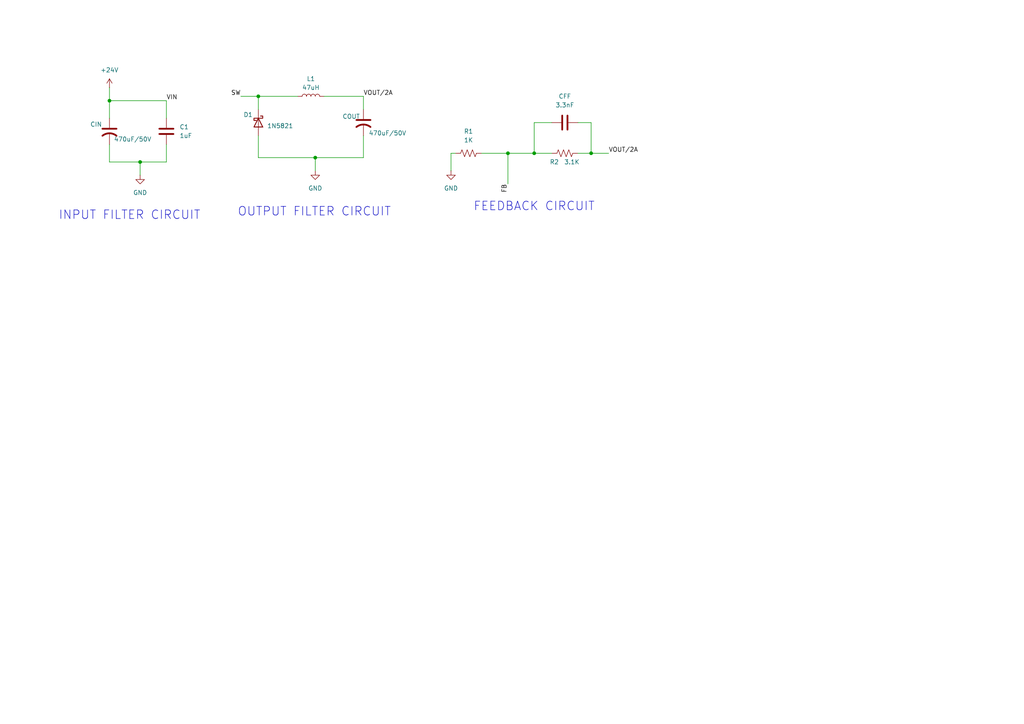
<source format=kicad_sch>
(kicad_sch
	(version 20250114)
	(generator "eeschema")
	(generator_version "9.0")
	(uuid "5ea48f88-6475-49e5-a206-a090c2ed9b75")
	(paper "A4")
	(lib_symbols
		(symbol "Device:C"
			(pin_numbers
				(hide yes)
			)
			(pin_names
				(offset 0.254)
			)
			(exclude_from_sim no)
			(in_bom yes)
			(on_board yes)
			(property "Reference" "C"
				(at 0.635 2.54 0)
				(effects
					(font
						(size 1.27 1.27)
					)
					(justify left)
				)
			)
			(property "Value" "C"
				(at 0.635 -2.54 0)
				(effects
					(font
						(size 1.27 1.27)
					)
					(justify left)
				)
			)
			(property "Footprint" ""
				(at 0.9652 -3.81 0)
				(effects
					(font
						(size 1.27 1.27)
					)
					(hide yes)
				)
			)
			(property "Datasheet" "~"
				(at 0 0 0)
				(effects
					(font
						(size 1.27 1.27)
					)
					(hide yes)
				)
			)
			(property "Description" "Unpolarized capacitor"
				(at 0 0 0)
				(effects
					(font
						(size 1.27 1.27)
					)
					(hide yes)
				)
			)
			(property "ki_keywords" "cap capacitor"
				(at 0 0 0)
				(effects
					(font
						(size 1.27 1.27)
					)
					(hide yes)
				)
			)
			(property "ki_fp_filters" "C_*"
				(at 0 0 0)
				(effects
					(font
						(size 1.27 1.27)
					)
					(hide yes)
				)
			)
			(symbol "C_0_1"
				(polyline
					(pts
						(xy -2.032 0.762) (xy 2.032 0.762)
					)
					(stroke
						(width 0.508)
						(type default)
					)
					(fill
						(type none)
					)
				)
				(polyline
					(pts
						(xy -2.032 -0.762) (xy 2.032 -0.762)
					)
					(stroke
						(width 0.508)
						(type default)
					)
					(fill
						(type none)
					)
				)
			)
			(symbol "C_1_1"
				(pin passive line
					(at 0 3.81 270)
					(length 2.794)
					(name "~"
						(effects
							(font
								(size 1.27 1.27)
							)
						)
					)
					(number "1"
						(effects
							(font
								(size 1.27 1.27)
							)
						)
					)
				)
				(pin passive line
					(at 0 -3.81 90)
					(length 2.794)
					(name "~"
						(effects
							(font
								(size 1.27 1.27)
							)
						)
					)
					(number "2"
						(effects
							(font
								(size 1.27 1.27)
							)
						)
					)
				)
			)
			(embedded_fonts no)
		)
		(symbol "Device:C_US"
			(pin_numbers
				(hide yes)
			)
			(pin_names
				(offset 0.254)
				(hide yes)
			)
			(exclude_from_sim no)
			(in_bom yes)
			(on_board yes)
			(property "Reference" "C"
				(at 0.635 2.54 0)
				(effects
					(font
						(size 1.27 1.27)
					)
					(justify left)
				)
			)
			(property "Value" "C_US"
				(at 0.635 -2.54 0)
				(effects
					(font
						(size 1.27 1.27)
					)
					(justify left)
				)
			)
			(property "Footprint" ""
				(at 0 0 0)
				(effects
					(font
						(size 1.27 1.27)
					)
					(hide yes)
				)
			)
			(property "Datasheet" ""
				(at 0 0 0)
				(effects
					(font
						(size 1.27 1.27)
					)
					(hide yes)
				)
			)
			(property "Description" "capacitor, US symbol"
				(at 0 0 0)
				(effects
					(font
						(size 1.27 1.27)
					)
					(hide yes)
				)
			)
			(property "ki_keywords" "cap capacitor"
				(at 0 0 0)
				(effects
					(font
						(size 1.27 1.27)
					)
					(hide yes)
				)
			)
			(property "ki_fp_filters" "C_*"
				(at 0 0 0)
				(effects
					(font
						(size 1.27 1.27)
					)
					(hide yes)
				)
			)
			(symbol "C_US_0_1"
				(polyline
					(pts
						(xy -2.032 0.762) (xy 2.032 0.762)
					)
					(stroke
						(width 0.508)
						(type default)
					)
					(fill
						(type none)
					)
				)
				(arc
					(start -2.032 -1.27)
					(mid 0 -0.5572)
					(end 2.032 -1.27)
					(stroke
						(width 0.508)
						(type default)
					)
					(fill
						(type none)
					)
				)
			)
			(symbol "C_US_1_1"
				(pin passive line
					(at 0 3.81 270)
					(length 2.794)
					(name "~"
						(effects
							(font
								(size 1.27 1.27)
							)
						)
					)
					(number "1"
						(effects
							(font
								(size 1.27 1.27)
							)
						)
					)
				)
				(pin passive line
					(at 0 -3.81 90)
					(length 3.302)
					(name "~"
						(effects
							(font
								(size 1.27 1.27)
							)
						)
					)
					(number "2"
						(effects
							(font
								(size 1.27 1.27)
							)
						)
					)
				)
			)
			(embedded_fonts no)
		)
		(symbol "Device:L"
			(pin_numbers
				(hide yes)
			)
			(pin_names
				(offset 1.016)
				(hide yes)
			)
			(exclude_from_sim no)
			(in_bom yes)
			(on_board yes)
			(property "Reference" "L"
				(at -1.27 0 90)
				(effects
					(font
						(size 1.27 1.27)
					)
				)
			)
			(property "Value" "L"
				(at 1.905 0 90)
				(effects
					(font
						(size 1.27 1.27)
					)
				)
			)
			(property "Footprint" ""
				(at 0 0 0)
				(effects
					(font
						(size 1.27 1.27)
					)
					(hide yes)
				)
			)
			(property "Datasheet" "~"
				(at 0 0 0)
				(effects
					(font
						(size 1.27 1.27)
					)
					(hide yes)
				)
			)
			(property "Description" "Inductor"
				(at 0 0 0)
				(effects
					(font
						(size 1.27 1.27)
					)
					(hide yes)
				)
			)
			(property "ki_keywords" "inductor choke coil reactor magnetic"
				(at 0 0 0)
				(effects
					(font
						(size 1.27 1.27)
					)
					(hide yes)
				)
			)
			(property "ki_fp_filters" "Choke_* *Coil* Inductor_* L_*"
				(at 0 0 0)
				(effects
					(font
						(size 1.27 1.27)
					)
					(hide yes)
				)
			)
			(symbol "L_0_1"
				(arc
					(start 0 2.54)
					(mid 0.6323 1.905)
					(end 0 1.27)
					(stroke
						(width 0)
						(type default)
					)
					(fill
						(type none)
					)
				)
				(arc
					(start 0 1.27)
					(mid 0.6323 0.635)
					(end 0 0)
					(stroke
						(width 0)
						(type default)
					)
					(fill
						(type none)
					)
				)
				(arc
					(start 0 0)
					(mid 0.6323 -0.635)
					(end 0 -1.27)
					(stroke
						(width 0)
						(type default)
					)
					(fill
						(type none)
					)
				)
				(arc
					(start 0 -1.27)
					(mid 0.6323 -1.905)
					(end 0 -2.54)
					(stroke
						(width 0)
						(type default)
					)
					(fill
						(type none)
					)
				)
			)
			(symbol "L_1_1"
				(pin passive line
					(at 0 3.81 270)
					(length 1.27)
					(name "1"
						(effects
							(font
								(size 1.27 1.27)
							)
						)
					)
					(number "1"
						(effects
							(font
								(size 1.27 1.27)
							)
						)
					)
				)
				(pin passive line
					(at 0 -3.81 90)
					(length 1.27)
					(name "2"
						(effects
							(font
								(size 1.27 1.27)
							)
						)
					)
					(number "2"
						(effects
							(font
								(size 1.27 1.27)
							)
						)
					)
				)
			)
			(embedded_fonts no)
		)
		(symbol "Device:R_US"
			(pin_numbers
				(hide yes)
			)
			(pin_names
				(offset 0)
			)
			(exclude_from_sim no)
			(in_bom yes)
			(on_board yes)
			(property "Reference" "R"
				(at 2.54 0 90)
				(effects
					(font
						(size 1.27 1.27)
					)
				)
			)
			(property "Value" "R_US"
				(at -2.54 0 90)
				(effects
					(font
						(size 1.27 1.27)
					)
				)
			)
			(property "Footprint" ""
				(at 1.016 -0.254 90)
				(effects
					(font
						(size 1.27 1.27)
					)
					(hide yes)
				)
			)
			(property "Datasheet" "~"
				(at 0 0 0)
				(effects
					(font
						(size 1.27 1.27)
					)
					(hide yes)
				)
			)
			(property "Description" "Resistor, US symbol"
				(at 0 0 0)
				(effects
					(font
						(size 1.27 1.27)
					)
					(hide yes)
				)
			)
			(property "ki_keywords" "R res resistor"
				(at 0 0 0)
				(effects
					(font
						(size 1.27 1.27)
					)
					(hide yes)
				)
			)
			(property "ki_fp_filters" "R_*"
				(at 0 0 0)
				(effects
					(font
						(size 1.27 1.27)
					)
					(hide yes)
				)
			)
			(symbol "R_US_0_1"
				(polyline
					(pts
						(xy 0 2.286) (xy 0 2.54)
					)
					(stroke
						(width 0)
						(type default)
					)
					(fill
						(type none)
					)
				)
				(polyline
					(pts
						(xy 0 2.286) (xy 1.016 1.905) (xy 0 1.524) (xy -1.016 1.143) (xy 0 0.762)
					)
					(stroke
						(width 0)
						(type default)
					)
					(fill
						(type none)
					)
				)
				(polyline
					(pts
						(xy 0 0.762) (xy 1.016 0.381) (xy 0 0) (xy -1.016 -0.381) (xy 0 -0.762)
					)
					(stroke
						(width 0)
						(type default)
					)
					(fill
						(type none)
					)
				)
				(polyline
					(pts
						(xy 0 -0.762) (xy 1.016 -1.143) (xy 0 -1.524) (xy -1.016 -1.905) (xy 0 -2.286)
					)
					(stroke
						(width 0)
						(type default)
					)
					(fill
						(type none)
					)
				)
				(polyline
					(pts
						(xy 0 -2.286) (xy 0 -2.54)
					)
					(stroke
						(width 0)
						(type default)
					)
					(fill
						(type none)
					)
				)
			)
			(symbol "R_US_1_1"
				(pin passive line
					(at 0 3.81 270)
					(length 1.27)
					(name "~"
						(effects
							(font
								(size 1.27 1.27)
							)
						)
					)
					(number "1"
						(effects
							(font
								(size 1.27 1.27)
							)
						)
					)
				)
				(pin passive line
					(at 0 -3.81 90)
					(length 1.27)
					(name "~"
						(effects
							(font
								(size 1.27 1.27)
							)
						)
					)
					(number "2"
						(effects
							(font
								(size 1.27 1.27)
							)
						)
					)
				)
			)
			(embedded_fonts no)
		)
		(symbol "Diode:1N5821"
			(pin_numbers
				(hide yes)
			)
			(pin_names
				(offset 1.016)
				(hide yes)
			)
			(exclude_from_sim no)
			(in_bom yes)
			(on_board yes)
			(property "Reference" "D"
				(at 0 2.54 0)
				(effects
					(font
						(size 1.27 1.27)
					)
				)
			)
			(property "Value" "1N5821"
				(at 0 -2.54 0)
				(effects
					(font
						(size 1.27 1.27)
					)
				)
			)
			(property "Footprint" "Diode_THT:D_DO-201AD_P15.24mm_Horizontal"
				(at 0 -4.445 0)
				(effects
					(font
						(size 1.27 1.27)
					)
					(hide yes)
				)
			)
			(property "Datasheet" "http://www.vishay.com/docs/88526/1n5820.pdf"
				(at 0 0 0)
				(effects
					(font
						(size 1.27 1.27)
					)
					(hide yes)
				)
			)
			(property "Description" "30V 3A Schottky Barrier Rectifier Diode, DO-201AD"
				(at 0 0 0)
				(effects
					(font
						(size 1.27 1.27)
					)
					(hide yes)
				)
			)
			(property "ki_keywords" "diode Schottky"
				(at 0 0 0)
				(effects
					(font
						(size 1.27 1.27)
					)
					(hide yes)
				)
			)
			(property "ki_fp_filters" "D*DO?201AD*"
				(at 0 0 0)
				(effects
					(font
						(size 1.27 1.27)
					)
					(hide yes)
				)
			)
			(symbol "1N5821_0_1"
				(polyline
					(pts
						(xy -1.905 0.635) (xy -1.905 1.27) (xy -1.27 1.27) (xy -1.27 -1.27) (xy -0.635 -1.27) (xy -0.635 -0.635)
					)
					(stroke
						(width 0.254)
						(type default)
					)
					(fill
						(type none)
					)
				)
				(polyline
					(pts
						(xy 1.27 1.27) (xy 1.27 -1.27) (xy -1.27 0) (xy 1.27 1.27)
					)
					(stroke
						(width 0.254)
						(type default)
					)
					(fill
						(type none)
					)
				)
				(polyline
					(pts
						(xy 1.27 0) (xy -1.27 0)
					)
					(stroke
						(width 0)
						(type default)
					)
					(fill
						(type none)
					)
				)
			)
			(symbol "1N5821_1_1"
				(pin passive line
					(at -3.81 0 0)
					(length 2.54)
					(name "K"
						(effects
							(font
								(size 1.27 1.27)
							)
						)
					)
					(number "1"
						(effects
							(font
								(size 1.27 1.27)
							)
						)
					)
				)
				(pin passive line
					(at 3.81 0 180)
					(length 2.54)
					(name "A"
						(effects
							(font
								(size 1.27 1.27)
							)
						)
					)
					(number "2"
						(effects
							(font
								(size 1.27 1.27)
							)
						)
					)
				)
			)
			(embedded_fonts no)
		)
		(symbol "power:+24V"
			(power)
			(pin_numbers
				(hide yes)
			)
			(pin_names
				(offset 0)
				(hide yes)
			)
			(exclude_from_sim no)
			(in_bom yes)
			(on_board yes)
			(property "Reference" "#PWR"
				(at 0 -3.81 0)
				(effects
					(font
						(size 1.27 1.27)
					)
					(hide yes)
				)
			)
			(property "Value" "+24V"
				(at 0 3.556 0)
				(effects
					(font
						(size 1.27 1.27)
					)
				)
			)
			(property "Footprint" ""
				(at 0 0 0)
				(effects
					(font
						(size 1.27 1.27)
					)
					(hide yes)
				)
			)
			(property "Datasheet" ""
				(at 0 0 0)
				(effects
					(font
						(size 1.27 1.27)
					)
					(hide yes)
				)
			)
			(property "Description" "Power symbol creates a global label with name \"+24V\""
				(at 0 0 0)
				(effects
					(font
						(size 1.27 1.27)
					)
					(hide yes)
				)
			)
			(property "ki_keywords" "global power"
				(at 0 0 0)
				(effects
					(font
						(size 1.27 1.27)
					)
					(hide yes)
				)
			)
			(symbol "+24V_0_1"
				(polyline
					(pts
						(xy -0.762 1.27) (xy 0 2.54)
					)
					(stroke
						(width 0)
						(type default)
					)
					(fill
						(type none)
					)
				)
				(polyline
					(pts
						(xy 0 2.54) (xy 0.762 1.27)
					)
					(stroke
						(width 0)
						(type default)
					)
					(fill
						(type none)
					)
				)
				(polyline
					(pts
						(xy 0 0) (xy 0 2.54)
					)
					(stroke
						(width 0)
						(type default)
					)
					(fill
						(type none)
					)
				)
			)
			(symbol "+24V_1_1"
				(pin power_in line
					(at 0 0 90)
					(length 0)
					(name "~"
						(effects
							(font
								(size 1.27 1.27)
							)
						)
					)
					(number "1"
						(effects
							(font
								(size 1.27 1.27)
							)
						)
					)
				)
			)
			(embedded_fonts no)
		)
		(symbol "power:GND"
			(power)
			(pin_numbers
				(hide yes)
			)
			(pin_names
				(offset 0)
				(hide yes)
			)
			(exclude_from_sim no)
			(in_bom yes)
			(on_board yes)
			(property "Reference" "#PWR"
				(at 0 -6.35 0)
				(effects
					(font
						(size 1.27 1.27)
					)
					(hide yes)
				)
			)
			(property "Value" "GND"
				(at 0 -3.81 0)
				(effects
					(font
						(size 1.27 1.27)
					)
				)
			)
			(property "Footprint" ""
				(at 0 0 0)
				(effects
					(font
						(size 1.27 1.27)
					)
					(hide yes)
				)
			)
			(property "Datasheet" ""
				(at 0 0 0)
				(effects
					(font
						(size 1.27 1.27)
					)
					(hide yes)
				)
			)
			(property "Description" "Power symbol creates a global label with name \"GND\" , ground"
				(at 0 0 0)
				(effects
					(font
						(size 1.27 1.27)
					)
					(hide yes)
				)
			)
			(property "ki_keywords" "global power"
				(at 0 0 0)
				(effects
					(font
						(size 1.27 1.27)
					)
					(hide yes)
				)
			)
			(symbol "GND_0_1"
				(polyline
					(pts
						(xy 0 0) (xy 0 -1.27) (xy 1.27 -1.27) (xy 0 -2.54) (xy -1.27 -1.27) (xy 0 -1.27)
					)
					(stroke
						(width 0)
						(type default)
					)
					(fill
						(type none)
					)
				)
			)
			(symbol "GND_1_1"
				(pin power_in line
					(at 0 0 270)
					(length 0)
					(name "~"
						(effects
							(font
								(size 1.27 1.27)
							)
						)
					)
					(number "1"
						(effects
							(font
								(size 1.27 1.27)
							)
						)
					)
				)
			)
			(embedded_fonts no)
		)
	)
	(text "INPUT FILTER CIRCUIT"
		(exclude_from_sim no)
		(at 37.592 62.484 0)
		(effects
			(font
				(size 2.5 2.5)
			)
		)
		(uuid "32c95f46-ce56-4f6a-9821-7e6b72de45a6")
	)
	(text "OUTPUT FILTER CIRCUIT"
		(exclude_from_sim no)
		(at 91.186 61.468 0)
		(effects
			(font
				(size 2.5 2.5)
			)
		)
		(uuid "c7acde76-d058-48fa-9c2d-f7219ce9ac9e")
	)
	(text "FEEDBACK CIRCUIT"
		(exclude_from_sim no)
		(at 154.94 59.944 0)
		(effects
			(font
				(size 2.5 2.5)
			)
		)
		(uuid "d0387710-7658-4149-afe8-3acbc4f386b6")
	)
	(junction
		(at 40.64 46.99)
		(diameter 0)
		(color 0 0 0 0)
		(uuid "11291789-922d-4a4b-baed-a60c9ee2c6cb")
	)
	(junction
		(at 154.94 44.45)
		(diameter 0)
		(color 0 0 0 0)
		(uuid "14abad11-61fb-4ef9-98fc-6c2e5b0239cb")
	)
	(junction
		(at 74.93 27.94)
		(diameter 0)
		(color 0 0 0 0)
		(uuid "1f275ab2-14d3-4d24-837c-bc7689893d8a")
	)
	(junction
		(at 171.45 44.45)
		(diameter 0)
		(color 0 0 0 0)
		(uuid "2b06ec70-5be8-4e07-81a4-1f2bd8e63edb")
	)
	(junction
		(at 91.44 45.72)
		(diameter 0)
		(color 0 0 0 0)
		(uuid "57359abe-dace-4682-b5ad-03f304628dba")
	)
	(junction
		(at 31.75 29.21)
		(diameter 0)
		(color 0 0 0 0)
		(uuid "641194e9-fb94-43d3-a461-ea541eb98340")
	)
	(junction
		(at 147.32 44.45)
		(diameter 0)
		(color 0 0 0 0)
		(uuid "b415eb57-3ba1-4a37-99be-7a964f5b733f")
	)
	(wire
		(pts
			(xy 160.02 35.56) (xy 154.94 35.56)
		)
		(stroke
			(width 0)
			(type default)
		)
		(uuid "01a25848-d46a-4538-b9ca-311d4db0a3e6")
	)
	(wire
		(pts
			(xy 139.7 44.45) (xy 147.32 44.45)
		)
		(stroke
			(width 0)
			(type default)
		)
		(uuid "08867a95-6d38-4a04-a0cb-4fbd195a3286")
	)
	(wire
		(pts
			(xy 31.75 46.99) (xy 40.64 46.99)
		)
		(stroke
			(width 0)
			(type default)
		)
		(uuid "16f75067-4720-4c92-a9a3-49bcae484306")
	)
	(wire
		(pts
			(xy 74.93 27.94) (xy 74.93 31.75)
		)
		(stroke
			(width 0)
			(type default)
		)
		(uuid "1fb4f526-ac3f-491b-b709-4d9975409a9c")
	)
	(wire
		(pts
			(xy 31.75 41.91) (xy 31.75 46.99)
		)
		(stroke
			(width 0)
			(type default)
		)
		(uuid "2c3d924c-2209-4863-8f72-e396454b1419")
	)
	(wire
		(pts
			(xy 40.64 46.99) (xy 40.64 50.8)
		)
		(stroke
			(width 0)
			(type default)
		)
		(uuid "2d9e9b3c-d235-4701-8162-5a3f993eb2de")
	)
	(wire
		(pts
			(xy 48.26 41.91) (xy 48.26 46.99)
		)
		(stroke
			(width 0)
			(type default)
		)
		(uuid "4a9aa3aa-d153-47e9-a36c-f4b5ddc0169f")
	)
	(wire
		(pts
			(xy 31.75 34.29) (xy 31.75 29.21)
		)
		(stroke
			(width 0)
			(type default)
		)
		(uuid "4c314ca9-776d-4322-b1bd-266080e7bd45")
	)
	(wire
		(pts
			(xy 40.64 46.99) (xy 48.26 46.99)
		)
		(stroke
			(width 0)
			(type default)
		)
		(uuid "4e219c6d-6c26-4b41-976f-613383cb3040")
	)
	(wire
		(pts
			(xy 74.93 39.37) (xy 74.93 45.72)
		)
		(stroke
			(width 0)
			(type default)
		)
		(uuid "5cd07945-2ade-44d5-b75d-b6d87415fc9a")
	)
	(wire
		(pts
			(xy 31.75 29.21) (xy 48.26 29.21)
		)
		(stroke
			(width 0)
			(type default)
		)
		(uuid "6a0efc8f-c77a-4bad-a86d-612b29f47f2d")
	)
	(wire
		(pts
			(xy 171.45 44.45) (xy 167.64 44.45)
		)
		(stroke
			(width 0)
			(type default)
		)
		(uuid "6cf09591-c004-424d-8c40-bd87553278fc")
	)
	(wire
		(pts
			(xy 154.94 44.45) (xy 160.02 44.45)
		)
		(stroke
			(width 0)
			(type default)
		)
		(uuid "7bfa58b8-89d8-4659-9de4-9417f4a83b3e")
	)
	(wire
		(pts
			(xy 171.45 44.45) (xy 176.53 44.45)
		)
		(stroke
			(width 0)
			(type default)
		)
		(uuid "7dd936ec-9556-4b54-bd26-1990c5a212fd")
	)
	(wire
		(pts
			(xy 147.32 44.45) (xy 154.94 44.45)
		)
		(stroke
			(width 0)
			(type default)
		)
		(uuid "98085bb4-30eb-4127-9993-83f25cb8f8ab")
	)
	(wire
		(pts
			(xy 167.64 35.56) (xy 171.45 35.56)
		)
		(stroke
			(width 0)
			(type default)
		)
		(uuid "9c52602f-8cf5-41aa-bbb0-6f758ab2b9be")
	)
	(wire
		(pts
			(xy 147.32 44.45) (xy 147.32 53.34)
		)
		(stroke
			(width 0)
			(type default)
		)
		(uuid "9eca921f-0b4f-463a-bd24-2e145f8aa4d3")
	)
	(wire
		(pts
			(xy 86.36 27.94) (xy 74.93 27.94)
		)
		(stroke
			(width 0)
			(type default)
		)
		(uuid "a199cb08-a386-45a5-8850-c7ea9af32c01")
	)
	(wire
		(pts
			(xy 69.85 27.94) (xy 74.93 27.94)
		)
		(stroke
			(width 0)
			(type default)
		)
		(uuid "a4ac0583-dcab-451d-afcd-2c36c4aa3f7b")
	)
	(wire
		(pts
			(xy 130.81 44.45) (xy 132.08 44.45)
		)
		(stroke
			(width 0)
			(type default)
		)
		(uuid "a82476bf-1c5f-428a-801a-08df316e7f49")
	)
	(wire
		(pts
			(xy 91.44 45.72) (xy 91.44 49.53)
		)
		(stroke
			(width 0)
			(type default)
		)
		(uuid "adcaf05f-ebec-4b12-b9d2-6027bf25e94a")
	)
	(wire
		(pts
			(xy 48.26 29.21) (xy 48.26 34.29)
		)
		(stroke
			(width 0)
			(type default)
		)
		(uuid "b0671fed-18fe-4dce-8c22-7e2d5cdb2dc7")
	)
	(wire
		(pts
			(xy 105.41 27.94) (xy 105.41 31.75)
		)
		(stroke
			(width 0)
			(type default)
		)
		(uuid "c4dc8c30-d848-4362-8ea8-d19cd46374f1")
	)
	(wire
		(pts
			(xy 105.41 45.72) (xy 105.41 39.37)
		)
		(stroke
			(width 0)
			(type default)
		)
		(uuid "c8802d3f-b393-40ba-a90d-23c15df2b4c3")
	)
	(wire
		(pts
			(xy 154.94 35.56) (xy 154.94 44.45)
		)
		(stroke
			(width 0)
			(type default)
		)
		(uuid "d7486a3f-c4af-4f94-bd60-28b97115c8b3")
	)
	(wire
		(pts
			(xy 130.81 49.53) (xy 130.81 44.45)
		)
		(stroke
			(width 0)
			(type default)
		)
		(uuid "dfddc6c9-e59f-4399-92ad-43b08742e642")
	)
	(wire
		(pts
			(xy 31.75 25.4) (xy 31.75 29.21)
		)
		(stroke
			(width 0)
			(type default)
		)
		(uuid "e541200b-618e-43e8-a0be-4cff64d1a8a0")
	)
	(wire
		(pts
			(xy 93.98 27.94) (xy 105.41 27.94)
		)
		(stroke
			(width 0)
			(type default)
		)
		(uuid "f665ac4d-1d0b-4193-8191-9960f6b4f51d")
	)
	(wire
		(pts
			(xy 91.44 45.72) (xy 105.41 45.72)
		)
		(stroke
			(width 0)
			(type default)
		)
		(uuid "f9ddcb49-3450-4852-8ad8-7a62a6fe2311")
	)
	(wire
		(pts
			(xy 74.93 45.72) (xy 91.44 45.72)
		)
		(stroke
			(width 0)
			(type default)
		)
		(uuid "fa306714-1647-4a1c-bf1a-c197c6dcb612")
	)
	(wire
		(pts
			(xy 171.45 35.56) (xy 171.45 44.45)
		)
		(stroke
			(width 0)
			(type default)
		)
		(uuid "fc29f58d-9409-490d-af8a-218827eda560")
	)
	(label "VIN"
		(at 48.26 29.21 0)
		(effects
			(font
				(size 1.27 1.27)
			)
			(justify left bottom)
		)
		(uuid "326ff0e5-8f7f-48f5-b698-257517db98e9")
	)
	(label "SW"
		(at 69.85 27.94 180)
		(effects
			(font
				(size 1.27 1.27)
			)
			(justify right bottom)
		)
		(uuid "5712f44b-a90e-49c4-a37a-11cc428cdbb3")
	)
	(label "VOUT{slash}2A"
		(at 105.41 27.94 0)
		(effects
			(font
				(size 1.27 1.27)
			)
			(justify left bottom)
		)
		(uuid "5f839f2c-ee1d-42e4-b88e-27b191fc49ae")
	)
	(label "FB"
		(at 147.32 53.34 270)
		(effects
			(font
				(size 1.27 1.27)
			)
			(justify right bottom)
		)
		(uuid "d8bbc361-dbf7-49eb-a6a3-5147d567d2b5")
	)
	(label "VOUT{slash}2A"
		(at 176.53 44.45 0)
		(effects
			(font
				(size 1.27 1.27)
			)
			(justify left bottom)
		)
		(uuid "f4fed076-1861-46ca-b599-709977f89c24")
	)
	(symbol
		(lib_id "Device:L")
		(at 90.17 27.94 90)
		(unit 1)
		(exclude_from_sim no)
		(in_bom yes)
		(on_board yes)
		(dnp no)
		(fields_autoplaced yes)
		(uuid "1c2100f7-fe22-4ed0-8fbc-ecae51bb3d7e")
		(property "Reference" "L1"
			(at 90.17 22.86 90)
			(effects
				(font
					(size 1.27 1.27)
				)
			)
		)
		(property "Value" "47uH"
			(at 90.17 25.4 90)
			(effects
				(font
					(size 1.27 1.27)
				)
			)
		)
		(property "Footprint" ""
			(at 90.17 27.94 0)
			(effects
				(font
					(size 1.27 1.27)
				)
				(hide yes)
			)
		)
		(property "Datasheet" "~"
			(at 90.17 27.94 0)
			(effects
				(font
					(size 1.27 1.27)
				)
				(hide yes)
			)
		)
		(property "Description" "Inductor"
			(at 90.17 27.94 0)
			(effects
				(font
					(size 1.27 1.27)
				)
				(hide yes)
			)
		)
		(pin "1"
			(uuid "928dab22-e932-408e-85d7-9a21cecb6a62")
		)
		(pin "2"
			(uuid "d35d963f-5d6d-4bbe-bc8c-a695aaa6c1fe")
		)
		(instances
			(project ""
				(path "/5ea48f88-6475-49e5-a206-a090c2ed9b75"
					(reference "L1")
					(unit 1)
				)
			)
		)
	)
	(symbol
		(lib_id "Device:C")
		(at 48.26 38.1 0)
		(unit 1)
		(exclude_from_sim no)
		(in_bom yes)
		(on_board yes)
		(dnp no)
		(fields_autoplaced yes)
		(uuid "2094f14a-fa5b-4f2c-bd0b-31541c68d57f")
		(property "Reference" "C1"
			(at 52.07 36.8299 0)
			(effects
				(font
					(size 1.27 1.27)
				)
				(justify left)
			)
		)
		(property "Value" "1uF"
			(at 52.07 39.3699 0)
			(effects
				(font
					(size 1.27 1.27)
				)
				(justify left)
			)
		)
		(property "Footprint" ""
			(at 49.2252 41.91 0)
			(effects
				(font
					(size 1.27 1.27)
				)
				(hide yes)
			)
		)
		(property "Datasheet" "~"
			(at 48.26 38.1 0)
			(effects
				(font
					(size 1.27 1.27)
				)
				(hide yes)
			)
		)
		(property "Description" "Unpolarized capacitor"
			(at 48.26 38.1 0)
			(effects
				(font
					(size 1.27 1.27)
				)
				(hide yes)
			)
		)
		(pin "1"
			(uuid "70154f4b-82a6-46b5-9877-66533e14b93c")
		)
		(pin "2"
			(uuid "5adbf877-d674-4bc5-a3fa-60a3b1903929")
		)
		(instances
			(project "XL1509_Buck converter"
				(path "/5ea48f88-6475-49e5-a206-a090c2ed9b75"
					(reference "C1")
					(unit 1)
				)
			)
		)
	)
	(symbol
		(lib_id "power:GND")
		(at 40.64 50.8 0)
		(unit 1)
		(exclude_from_sim no)
		(in_bom yes)
		(on_board yes)
		(dnp no)
		(fields_autoplaced yes)
		(uuid "3826d50e-69cd-4e2e-b017-03f51daa802f")
		(property "Reference" "#PWR02"
			(at 40.64 57.15 0)
			(effects
				(font
					(size 1.27 1.27)
				)
				(hide yes)
			)
		)
		(property "Value" "GND"
			(at 40.64 55.88 0)
			(effects
				(font
					(size 1.27 1.27)
				)
			)
		)
		(property "Footprint" ""
			(at 40.64 50.8 0)
			(effects
				(font
					(size 1.27 1.27)
				)
				(hide yes)
			)
		)
		(property "Datasheet" ""
			(at 40.64 50.8 0)
			(effects
				(font
					(size 1.27 1.27)
				)
				(hide yes)
			)
		)
		(property "Description" "Power symbol creates a global label with name \"GND\" , ground"
			(at 40.64 50.8 0)
			(effects
				(font
					(size 1.27 1.27)
				)
				(hide yes)
			)
		)
		(pin "1"
			(uuid "f784ef04-6824-4dd8-a74f-cbdd3a0c3ed2")
		)
		(instances
			(project ""
				(path "/5ea48f88-6475-49e5-a206-a090c2ed9b75"
					(reference "#PWR02")
					(unit 1)
				)
			)
		)
	)
	(symbol
		(lib_id "power:GND")
		(at 130.81 49.53 0)
		(unit 1)
		(exclude_from_sim no)
		(in_bom yes)
		(on_board yes)
		(dnp no)
		(fields_autoplaced yes)
		(uuid "3b050bb9-c46d-42ec-8a50-9627730beff8")
		(property "Reference" "#PWR03"
			(at 130.81 55.88 0)
			(effects
				(font
					(size 1.27 1.27)
				)
				(hide yes)
			)
		)
		(property "Value" "GND"
			(at 130.81 54.61 0)
			(effects
				(font
					(size 1.27 1.27)
				)
			)
		)
		(property "Footprint" ""
			(at 130.81 49.53 0)
			(effects
				(font
					(size 1.27 1.27)
				)
				(hide yes)
			)
		)
		(property "Datasheet" ""
			(at 130.81 49.53 0)
			(effects
				(font
					(size 1.27 1.27)
				)
				(hide yes)
			)
		)
		(property "Description" "Power symbol creates a global label with name \"GND\" , ground"
			(at 130.81 49.53 0)
			(effects
				(font
					(size 1.27 1.27)
				)
				(hide yes)
			)
		)
		(pin "1"
			(uuid "d73c752b-965d-4b5a-b5f1-fed5d698e8ca")
		)
		(instances
			(project "XL1509_Buck converter"
				(path "/5ea48f88-6475-49e5-a206-a090c2ed9b75"
					(reference "#PWR03")
					(unit 1)
				)
			)
		)
	)
	(symbol
		(lib_id "Device:C_US")
		(at 105.41 35.56 0)
		(unit 1)
		(exclude_from_sim no)
		(in_bom yes)
		(on_board yes)
		(dnp no)
		(uuid "432d069a-76e0-456e-b6b4-fade3398e7a2")
		(property "Reference" "COUT"
			(at 99.314 33.782 0)
			(effects
				(font
					(size 1.27 1.27)
				)
				(justify left)
			)
		)
		(property "Value" "470uF/50V"
			(at 106.934 38.608 0)
			(effects
				(font
					(size 1.27 1.27)
				)
				(justify left)
			)
		)
		(property "Footprint" ""
			(at 105.41 35.56 0)
			(effects
				(font
					(size 1.27 1.27)
				)
				(hide yes)
			)
		)
		(property "Datasheet" ""
			(at 105.41 35.56 0)
			(effects
				(font
					(size 1.27 1.27)
				)
				(hide yes)
			)
		)
		(property "Description" "capacitor, US symbol"
			(at 105.41 35.56 0)
			(effects
				(font
					(size 1.27 1.27)
				)
				(hide yes)
			)
		)
		(pin "1"
			(uuid "9976af36-b569-455f-9899-ec860eabbff3")
		)
		(pin "2"
			(uuid "06ee1a53-8289-4d3d-b97b-496667c2bd20")
		)
		(instances
			(project "XL1509_Buck converter"
				(path "/5ea48f88-6475-49e5-a206-a090c2ed9b75"
					(reference "COUT")
					(unit 1)
				)
			)
		)
	)
	(symbol
		(lib_id "Device:C")
		(at 163.83 35.56 90)
		(unit 1)
		(exclude_from_sim no)
		(in_bom yes)
		(on_board yes)
		(dnp no)
		(fields_autoplaced yes)
		(uuid "7aa34ea6-8c96-4f09-afc4-be198123b47a")
		(property "Reference" "CFF"
			(at 163.83 27.94 90)
			(effects
				(font
					(size 1.27 1.27)
				)
			)
		)
		(property "Value" "3.3nF"
			(at 163.83 30.48 90)
			(effects
				(font
					(size 1.27 1.27)
				)
			)
		)
		(property "Footprint" ""
			(at 167.64 34.5948 0)
			(effects
				(font
					(size 1.27 1.27)
				)
				(hide yes)
			)
		)
		(property "Datasheet" "~"
			(at 163.83 35.56 0)
			(effects
				(font
					(size 1.27 1.27)
				)
				(hide yes)
			)
		)
		(property "Description" "Unpolarized capacitor"
			(at 163.83 35.56 0)
			(effects
				(font
					(size 1.27 1.27)
				)
				(hide yes)
			)
		)
		(pin "1"
			(uuid "ec68106c-4acf-489c-9a30-12181eb11da8")
		)
		(pin "2"
			(uuid "d05604af-e05c-4fad-890b-7540ad480e4e")
		)
		(instances
			(project "XL1509_Buck converter"
				(path "/5ea48f88-6475-49e5-a206-a090c2ed9b75"
					(reference "CFF")
					(unit 1)
				)
			)
		)
	)
	(symbol
		(lib_id "power:GND")
		(at 91.44 49.53 0)
		(unit 1)
		(exclude_from_sim no)
		(in_bom yes)
		(on_board yes)
		(dnp no)
		(fields_autoplaced yes)
		(uuid "9fbc1ecf-e4c0-4542-b226-736764135016")
		(property "Reference" "#PWR04"
			(at 91.44 55.88 0)
			(effects
				(font
					(size 1.27 1.27)
				)
				(hide yes)
			)
		)
		(property "Value" "GND"
			(at 91.44 54.61 0)
			(effects
				(font
					(size 1.27 1.27)
				)
			)
		)
		(property "Footprint" ""
			(at 91.44 49.53 0)
			(effects
				(font
					(size 1.27 1.27)
				)
				(hide yes)
			)
		)
		(property "Datasheet" ""
			(at 91.44 49.53 0)
			(effects
				(font
					(size 1.27 1.27)
				)
				(hide yes)
			)
		)
		(property "Description" "Power symbol creates a global label with name \"GND\" , ground"
			(at 91.44 49.53 0)
			(effects
				(font
					(size 1.27 1.27)
				)
				(hide yes)
			)
		)
		(pin "1"
			(uuid "b207b600-e56e-4d0f-af02-a5402a09a8e2")
		)
		(instances
			(project "XL1509_Buck converter"
				(path "/5ea48f88-6475-49e5-a206-a090c2ed9b75"
					(reference "#PWR04")
					(unit 1)
				)
			)
		)
	)
	(symbol
		(lib_id "Device:R_US")
		(at 163.83 44.45 90)
		(unit 1)
		(exclude_from_sim no)
		(in_bom yes)
		(on_board yes)
		(dnp no)
		(uuid "a3f1aa23-bd47-4168-9a98-5dc15280c5a7")
		(property "Reference" "R2"
			(at 160.782 46.99 90)
			(effects
				(font
					(size 1.27 1.27)
				)
			)
		)
		(property "Value" "3.1K"
			(at 165.862 46.99 90)
			(effects
				(font
					(size 1.27 1.27)
				)
			)
		)
		(property "Footprint" ""
			(at 164.084 43.434 90)
			(effects
				(font
					(size 1.27 1.27)
				)
				(hide yes)
			)
		)
		(property "Datasheet" "~"
			(at 163.83 44.45 0)
			(effects
				(font
					(size 1.27 1.27)
				)
				(hide yes)
			)
		)
		(property "Description" "Resistor, US symbol"
			(at 163.83 44.45 0)
			(effects
				(font
					(size 1.27 1.27)
				)
				(hide yes)
			)
		)
		(pin "2"
			(uuid "19a66b28-1ddf-45a8-ab48-9cacc6692e17")
		)
		(pin "1"
			(uuid "3fe37d1d-1070-43a4-9fd0-53a82068912b")
		)
		(instances
			(project "XL1509_Buck converter"
				(path "/5ea48f88-6475-49e5-a206-a090c2ed9b75"
					(reference "R2")
					(unit 1)
				)
			)
		)
	)
	(symbol
		(lib_id "Device:C_US")
		(at 31.75 38.1 0)
		(unit 1)
		(exclude_from_sim no)
		(in_bom yes)
		(on_board yes)
		(dnp no)
		(uuid "a6abd9e7-0c6b-49b8-a777-31e16a62e6da")
		(property "Reference" "CIN"
			(at 26.162 36.068 0)
			(effects
				(font
					(size 1.27 1.27)
				)
				(justify left)
			)
		)
		(property "Value" "470uF/50V"
			(at 33.02 40.386 0)
			(effects
				(font
					(size 1.27 1.27)
				)
				(justify left)
			)
		)
		(property "Footprint" ""
			(at 31.75 38.1 0)
			(effects
				(font
					(size 1.27 1.27)
				)
				(hide yes)
			)
		)
		(property "Datasheet" ""
			(at 31.75 38.1 0)
			(effects
				(font
					(size 1.27 1.27)
				)
				(hide yes)
			)
		)
		(property "Description" "capacitor, US symbol"
			(at 31.75 38.1 0)
			(effects
				(font
					(size 1.27 1.27)
				)
				(hide yes)
			)
		)
		(pin "1"
			(uuid "1d521f40-d1ec-426a-9ead-5f13d8843f31")
		)
		(pin "2"
			(uuid "da164d91-28f1-4e65-8894-36357e2693b7")
		)
		(instances
			(project ""
				(path "/5ea48f88-6475-49e5-a206-a090c2ed9b75"
					(reference "CIN")
					(unit 1)
				)
			)
		)
	)
	(symbol
		(lib_id "power:+24V")
		(at 31.75 25.4 0)
		(unit 1)
		(exclude_from_sim no)
		(in_bom yes)
		(on_board yes)
		(dnp no)
		(fields_autoplaced yes)
		(uuid "dd716aa6-e3d4-46f9-9d34-5a8ef26b62e5")
		(property "Reference" "#PWR01"
			(at 31.75 29.21 0)
			(effects
				(font
					(size 1.27 1.27)
				)
				(hide yes)
			)
		)
		(property "Value" "+24V"
			(at 31.75 20.32 0)
			(effects
				(font
					(size 1.27 1.27)
				)
			)
		)
		(property "Footprint" ""
			(at 31.75 25.4 0)
			(effects
				(font
					(size 1.27 1.27)
				)
				(hide yes)
			)
		)
		(property "Datasheet" ""
			(at 31.75 25.4 0)
			(effects
				(font
					(size 1.27 1.27)
				)
				(hide yes)
			)
		)
		(property "Description" "Power symbol creates a global label with name \"+24V\""
			(at 31.75 25.4 0)
			(effects
				(font
					(size 1.27 1.27)
				)
				(hide yes)
			)
		)
		(pin "1"
			(uuid "3b12bf39-12da-4092-818b-534166d53a88")
		)
		(instances
			(project ""
				(path "/5ea48f88-6475-49e5-a206-a090c2ed9b75"
					(reference "#PWR01")
					(unit 1)
				)
			)
		)
	)
	(symbol
		(lib_id "Diode:1N5821")
		(at 74.93 35.56 270)
		(unit 1)
		(exclude_from_sim no)
		(in_bom yes)
		(on_board yes)
		(dnp no)
		(uuid "e792cd15-e53a-4886-b72e-e089b6d009db")
		(property "Reference" "D1"
			(at 70.612 33.274 90)
			(effects
				(font
					(size 1.27 1.27)
				)
				(justify left)
			)
		)
		(property "Value" "1N5821"
			(at 77.47 36.5124 90)
			(effects
				(font
					(size 1.27 1.27)
				)
				(justify left)
			)
		)
		(property "Footprint" "Diode_THT:D_DO-201AD_P15.24mm_Horizontal"
			(at 70.485 35.56 0)
			(effects
				(font
					(size 1.27 1.27)
				)
				(hide yes)
			)
		)
		(property "Datasheet" "http://www.vishay.com/docs/88526/1n5820.pdf"
			(at 74.93 35.56 0)
			(effects
				(font
					(size 1.27 1.27)
				)
				(hide yes)
			)
		)
		(property "Description" "30V 3A Schottky Barrier Rectifier Diode, DO-201AD"
			(at 74.93 35.56 0)
			(effects
				(font
					(size 1.27 1.27)
				)
				(hide yes)
			)
		)
		(pin "1"
			(uuid "b4f6d236-2df0-47e8-ba39-48e5f863042d")
		)
		(pin "2"
			(uuid "aafc3f3d-ac90-43f5-b430-58363f634a1d")
		)
		(instances
			(project ""
				(path "/5ea48f88-6475-49e5-a206-a090c2ed9b75"
					(reference "D1")
					(unit 1)
				)
			)
		)
	)
	(symbol
		(lib_id "Device:R_US")
		(at 135.89 44.45 90)
		(unit 1)
		(exclude_from_sim no)
		(in_bom yes)
		(on_board yes)
		(dnp no)
		(fields_autoplaced yes)
		(uuid "ea2f474d-ddad-458b-bc66-3f77e6743c66")
		(property "Reference" "R1"
			(at 135.89 38.1 90)
			(effects
				(font
					(size 1.27 1.27)
				)
			)
		)
		(property "Value" "1K"
			(at 135.89 40.64 90)
			(effects
				(font
					(size 1.27 1.27)
				)
			)
		)
		(property "Footprint" ""
			(at 136.144 43.434 90)
			(effects
				(font
					(size 1.27 1.27)
				)
				(hide yes)
			)
		)
		(property "Datasheet" "~"
			(at 135.89 44.45 0)
			(effects
				(font
					(size 1.27 1.27)
				)
				(hide yes)
			)
		)
		(property "Description" "Resistor, US symbol"
			(at 135.89 44.45 0)
			(effects
				(font
					(size 1.27 1.27)
				)
				(hide yes)
			)
		)
		(pin "2"
			(uuid "e558b379-b880-48d1-90fc-c8c3624b679a")
		)
		(pin "1"
			(uuid "aa2bc460-54a4-435b-9da3-f2ecb42e81d9")
		)
		(instances
			(project ""
				(path "/5ea48f88-6475-49e5-a206-a090c2ed9b75"
					(reference "R1")
					(unit 1)
				)
			)
		)
	)
	(sheet_instances
		(path "/"
			(page "1")
		)
	)
	(embedded_fonts no)
)

</source>
